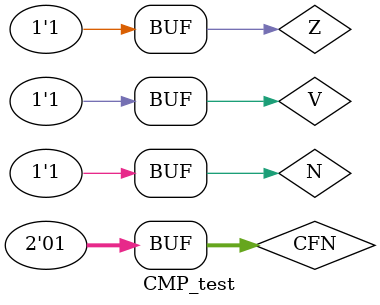
<source format=v>
 
 
 // 
// Module Name:   D:/RISC_beta/CMP_test.v
// Description: 
//
// Verilog Test module CMP.
//
// Dependencies:
// 
//
// Additional Comments: Test bench for CMP unit
// 
////////////////////////////////////////////////////////////////////////////////

module CMP_test;

	// Inputs
	reg Z;
	reg V;
	reg N;
	reg [2:1] CFN;

	// Outputs
	wire [31:0] cmp;

	// Instantiate the Unit Under Test (UUT)
	CMP uut (
		.Z(Z), 
		.V(V), 
		.N(N), 
		.CFN(CFN), 
		.cmp(cmp)
	);

	initial begin
		// Initialize Inputs
		Z = 0;
		V = 0;
		N = 0;
		CFN = 0;

		// Wait 100 ns for global reset to finish
		#100;
        	end
			initial 
			begin
	 #10 Z=1'b0 ; V=1'b0  ; N = 1'b0; CFN=2'b00;
    #10 Z=1'b0 ; V=1'b0  ; N = 1'b1; CFN=2'b01;
	 #10 Z=1'b0 ; V=1'b1  ; N = 1'b0; CFN=2'b10;
	 #10 Z=1'b0 ; V=1'b1  ; N = 1'b1; CFN=2'b11;
	 #10 Z=1'b1 ; V=1'b0  ; N = 1'b0; CFN=2'b01;
	 #10 Z=1'b1 ; V=1'b0  ; N = 1'b1; CFN=2'b10;
	 #10 Z=1'b1 ; V=1'b1  ; N = 1'b0; CFN=2'b11;
	 #10 Z=1'b1 ; V=1'b1  ; N = 1'b1; CFN=2'b01;
	 end
endmodule


</source>
